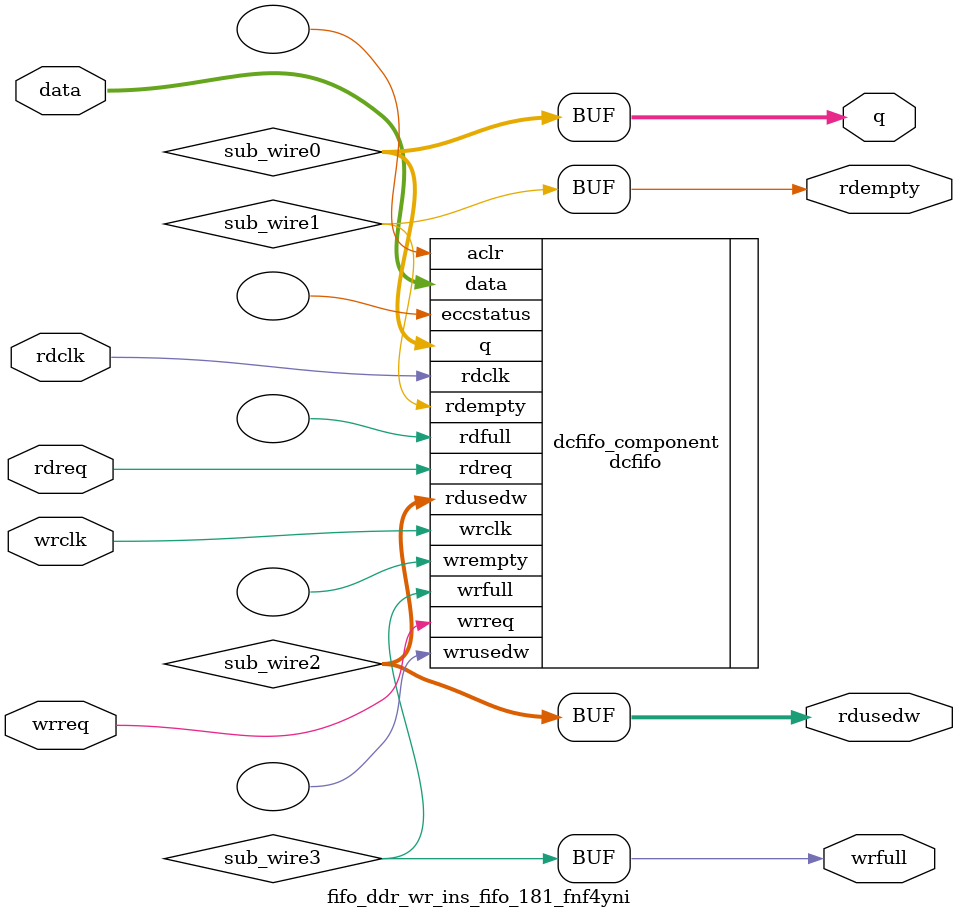
<source format=v>



`timescale 1 ps / 1 ps
// synopsys translate_on
module  fifo_ddr_wr_ins_fifo_181_fnf4yni  (
    data,
    rdclk,
    rdreq,
    wrclk,
    wrreq,
    q,
    rdempty,
    rdusedw,
    wrfull);

    input  [160:0]  data;
    input    rdclk;
    input    rdreq;
    input    wrclk;
    input    wrreq;
    output [160:0]  q;
    output   rdempty;
    output [7:0]  rdusedw;
    output   wrfull;

    wire [160:0] sub_wire0;
    wire  sub_wire1;
    wire [7:0] sub_wire2;
    wire  sub_wire3;
    wire [160:0] q = sub_wire0[160:0];
    wire  rdempty = sub_wire1;
    wire [7:0] rdusedw = sub_wire2[7:0];
    wire  wrfull = sub_wire3;

    dcfifo  dcfifo_component (
                .data (data),
                .rdclk (rdclk),
                .rdreq (rdreq),
                .wrclk (wrclk),
                .wrreq (wrreq),
                .q (sub_wire0),
                .rdempty (sub_wire1),
                .rdusedw (sub_wire2),
                .wrfull (sub_wire3),
                .aclr (),
                .eccstatus (),
                .rdfull (),
                .wrempty (),
                .wrusedw ());
    defparam
        dcfifo_component.enable_ecc  = "FALSE",
        dcfifo_component.intended_device_family  = "Arria 10",
        dcfifo_component.lpm_hint  = "DISABLE_DCFIFO_EMBEDDED_TIMING_CONSTRAINT=TRUE",
        dcfifo_component.lpm_numwords  = 256,
        dcfifo_component.lpm_showahead  = "ON",
        dcfifo_component.lpm_type  = "dcfifo",
        dcfifo_component.lpm_width  = 161,
        dcfifo_component.lpm_widthu  = 8,
        dcfifo_component.overflow_checking  = "ON",
        dcfifo_component.rdsync_delaypipe  = 4,
        dcfifo_component.underflow_checking  = "ON",
        dcfifo_component.use_eab  = "ON",
        dcfifo_component.wrsync_delaypipe  = 4;


endmodule



</source>
